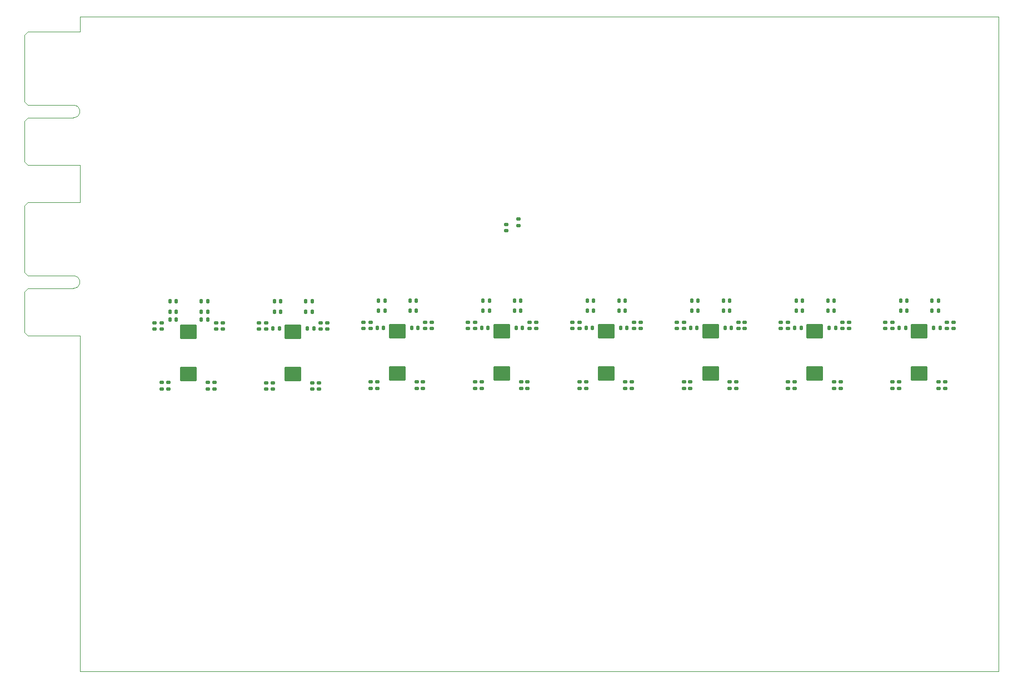
<source format=gbr>
%TF.GenerationSoftware,KiCad,Pcbnew,8.0.0*%
%TF.CreationDate,2024-03-29T21:32:46+01:00*%
%TF.ProjectId,EKO_Miner_BM1366,454b4f5f-4d69-46e6-9572-5f424d313336,rev?*%
%TF.SameCoordinates,Original*%
%TF.FileFunction,Paste,Bot*%
%TF.FilePolarity,Positive*%
%FSLAX46Y46*%
G04 Gerber Fmt 4.6, Leading zero omitted, Abs format (unit mm)*
G04 Created by KiCad (PCBNEW 8.0.0) date 2024-03-29 21:32:46*
%MOMM*%
%LPD*%
G01*
G04 APERTURE LIST*
G04 Aperture macros list*
%AMRoundRect*
0 Rectangle with rounded corners*
0 $1 Rounding radius*
0 $2 $3 $4 $5 $6 $7 $8 $9 X,Y pos of 4 corners*
0 Add a 4 corners polygon primitive as box body*
4,1,4,$2,$3,$4,$5,$6,$7,$8,$9,$2,$3,0*
0 Add four circle primitives for the rounded corners*
1,1,$1+$1,$2,$3*
1,1,$1+$1,$4,$5*
1,1,$1+$1,$6,$7*
1,1,$1+$1,$8,$9*
0 Add four rect primitives between the rounded corners*
20,1,$1+$1,$2,$3,$4,$5,0*
20,1,$1+$1,$4,$5,$6,$7,0*
20,1,$1+$1,$6,$7,$8,$9,0*
20,1,$1+$1,$8,$9,$2,$3,0*%
G04 Aperture macros list end*
%ADD10RoundRect,0.140000X-0.140000X-0.170000X0.140000X-0.170000X0.140000X0.170000X-0.140000X0.170000X0*%
%ADD11RoundRect,0.140000X0.140000X0.170000X-0.140000X0.170000X-0.140000X-0.170000X0.140000X-0.170000X0*%
%ADD12RoundRect,0.140000X-0.170000X0.140000X-0.170000X-0.140000X0.170000X-0.140000X0.170000X0.140000X0*%
%ADD13RoundRect,0.140000X0.170000X-0.140000X0.170000X0.140000X-0.170000X0.140000X-0.170000X-0.140000X0*%
%ADD14RoundRect,0.250000X-1.025000X0.875000X-1.025000X-0.875000X1.025000X-0.875000X1.025000X0.875000X0*%
%ADD15RoundRect,0.135000X0.185000X-0.135000X0.185000X0.135000X-0.185000X0.135000X-0.185000X-0.135000X0*%
%TA.AperFunction,Profile*%
%ADD16C,0.100000*%
%TD*%
G04 APERTURE END LIST*
D10*
%TO.C,C110*%
X140984571Y-70092000D03*
X141944571Y-70092000D03*
%TD*%
D11*
%TO.C,C170*%
X89430000Y-70200000D03*
X88470000Y-70200000D03*
%TD*%
D12*
%TO.C,C71*%
X198584000Y-80912000D03*
X198584000Y-81872000D03*
%TD*%
D13*
%TO.C,C14*%
X139750000Y-57880000D03*
X139750000Y-56920000D03*
%TD*%
D12*
%TO.C,C111*%
X141964571Y-80912000D03*
X141964571Y-81872000D03*
%TD*%
D14*
%TO.C,C92*%
X186750000Y-73192000D03*
X186750000Y-79592000D03*
%TD*%
D12*
%TO.C,C72*%
X205584000Y-80912000D03*
X205584000Y-81872000D03*
%TD*%
D10*
%TO.C,C94*%
X188699142Y-70092000D03*
X189659142Y-70092000D03*
%TD*%
D12*
%TO.C,C132*%
X120059714Y-80912000D03*
X120059714Y-81872000D03*
%TD*%
D11*
%TO.C,C112*%
X153049428Y-70092000D03*
X152089428Y-70092000D03*
%TD*%
D14*
%TO.C,C131*%
X123130572Y-73192000D03*
X123130572Y-79592000D03*
%TD*%
D13*
%TO.C,C129*%
X133864571Y-72772000D03*
X133864571Y-71812000D03*
%TD*%
D12*
%TO.C,C127*%
X127059714Y-80912000D03*
X127059714Y-81872000D03*
%TD*%
D14*
%TO.C,C76*%
X170845143Y-73192000D03*
X170845143Y-79592000D03*
%TD*%
D12*
%TO.C,C124*%
X119059714Y-80912000D03*
X119059714Y-81872000D03*
%TD*%
%TO.C,C116*%
X157869428Y-80912000D03*
X157869428Y-81872000D03*
%TD*%
D13*
%TO.C,C79*%
X166774285Y-72772000D03*
X166774285Y-71812000D03*
%TD*%
D10*
%TO.C,C61*%
X204854000Y-72642000D03*
X205814000Y-72642000D03*
%TD*%
D12*
%TO.C,C85*%
X167774285Y-80912000D03*
X167774285Y-81872000D03*
%TD*%
%TO.C,C62*%
X199584000Y-80912000D03*
X199584000Y-81872000D03*
%TD*%
D10*
%TO.C,C160*%
X104174857Y-72755000D03*
X105134857Y-72755000D03*
%TD*%
D13*
%TO.C,C130*%
X117959714Y-72772000D03*
X117959714Y-71812000D03*
%TD*%
D12*
%TO.C,C88*%
X182679142Y-80912000D03*
X182679142Y-81872000D03*
%TD*%
D13*
%TO.C,C113*%
X150869428Y-72772000D03*
X150869428Y-71812000D03*
%TD*%
%TO.C,C166*%
X103154857Y-72885000D03*
X103154857Y-71925000D03*
%TD*%
%TO.C,C173*%
X86150000Y-72880000D03*
X86150000Y-71920000D03*
%TD*%
D10*
%TO.C,C171*%
X88470000Y-71400000D03*
X89430000Y-71400000D03*
%TD*%
%TO.C,C45*%
X204604000Y-68492000D03*
X205564000Y-68492000D03*
%TD*%
%TO.C,C35*%
X140984571Y-68492000D03*
X141944571Y-68492000D03*
%TD*%
%TO.C,C158*%
X109424857Y-72755000D03*
X110384857Y-72755000D03*
%TD*%
%TO.C,C32*%
X93270000Y-68600000D03*
X94230000Y-68600000D03*
%TD*%
%TO.C,C152*%
X93270000Y-71400000D03*
X94230000Y-71400000D03*
%TD*%
D13*
%TO.C,C55*%
X197484000Y-72772000D03*
X197484000Y-71812000D03*
%TD*%
D11*
%TO.C,C38*%
X153049428Y-68492000D03*
X152089428Y-68492000D03*
%TD*%
D10*
%TO.C,C114*%
X156889428Y-70092000D03*
X157849428Y-70092000D03*
%TD*%
D12*
%TO.C,C115*%
X150869428Y-80912000D03*
X150869428Y-81872000D03*
%TD*%
%TO.C,C117*%
X160169428Y-71812000D03*
X160169428Y-72772000D03*
%TD*%
D13*
%TO.C,C96*%
X182679142Y-72772000D03*
X182679142Y-71812000D03*
%TD*%
D12*
%TO.C,C125*%
X128359714Y-71812000D03*
X128359714Y-72772000D03*
%TD*%
D11*
%TO.C,C42*%
X184859142Y-68492000D03*
X183899142Y-68492000D03*
%TD*%
D10*
%TO.C,C118*%
X141234571Y-72642000D03*
X142194571Y-72642000D03*
%TD*%
D14*
%TO.C,C153*%
X91320858Y-73300000D03*
X91320858Y-79700000D03*
%TD*%
D12*
%TO.C,C91*%
X183679142Y-80912000D03*
X183679142Y-81872000D03*
%TD*%
%TO.C,C86*%
X174774285Y-80912000D03*
X174774285Y-81872000D03*
%TD*%
D11*
%TO.C,C67*%
X200764000Y-70092000D03*
X199804000Y-70092000D03*
%TD*%
%TO.C,C40*%
X137144571Y-68492000D03*
X136184571Y-68492000D03*
%TD*%
D12*
%TO.C,C148*%
X110154857Y-81025000D03*
X110154857Y-81985000D03*
%TD*%
D10*
%TO.C,C123*%
X120079714Y-72642000D03*
X121039714Y-72642000D03*
%TD*%
D12*
%TO.C,C119*%
X159169428Y-71812000D03*
X159169428Y-72772000D03*
%TD*%
D11*
%TO.C,C155*%
X105334857Y-70205000D03*
X104374857Y-70205000D03*
%TD*%
D12*
%TO.C,C81*%
X176074285Y-71812000D03*
X176074285Y-72772000D03*
%TD*%
%TO.C,C66*%
X190679142Y-80912000D03*
X190679142Y-81872000D03*
%TD*%
%TO.C,C157*%
X111454857Y-71925000D03*
X111454857Y-72885000D03*
%TD*%
D10*
%TO.C,C128*%
X125079714Y-70092000D03*
X126039714Y-70092000D03*
%TD*%
D12*
%TO.C,C99*%
X144264571Y-71812000D03*
X144264571Y-72772000D03*
%TD*%
%TO.C,C56*%
X207884000Y-71812000D03*
X207884000Y-72772000D03*
%TD*%
D14*
%TO.C,C159*%
X107225715Y-73305000D03*
X107225715Y-79705000D03*
%TD*%
D12*
%TO.C,C87*%
X166774285Y-80912000D03*
X166774285Y-81872000D03*
%TD*%
%TO.C,C100*%
X158869428Y-80912000D03*
X158869428Y-81872000D03*
%TD*%
%TO.C,C163*%
X95250000Y-81020000D03*
X95250000Y-81980000D03*
%TD*%
D14*
%TO.C,C57*%
X202654858Y-73192000D03*
X202654858Y-79592000D03*
%TD*%
D10*
%TO.C,C165*%
X109174857Y-70205000D03*
X110134857Y-70205000D03*
%TD*%
%TO.C,C77*%
X172794285Y-70092000D03*
X173754285Y-70092000D03*
%TD*%
D12*
%TO.C,C58*%
X191979142Y-71812000D03*
X191979142Y-72772000D03*
%TD*%
D10*
%TO.C,C80*%
X167794285Y-72642000D03*
X168754285Y-72642000D03*
%TD*%
%TO.C,C101*%
X151889428Y-72642000D03*
X152849428Y-72642000D03*
%TD*%
%TO.C,C34*%
X109174857Y-68605000D03*
X110134857Y-68605000D03*
%TD*%
D12*
%TO.C,C126*%
X127359714Y-71812000D03*
X127359714Y-72772000D03*
%TD*%
%TO.C,C145*%
X104154857Y-81025000D03*
X104154857Y-81985000D03*
%TD*%
D10*
%TO.C,C98*%
X188949142Y-72642000D03*
X189909142Y-72642000D03*
%TD*%
%TO.C,C97*%
X183699142Y-72642000D03*
X184659142Y-72642000D03*
%TD*%
D12*
%TO.C,C95*%
X173774285Y-80912000D03*
X173774285Y-81872000D03*
%TD*%
D11*
%TO.C,C36*%
X121239714Y-68492000D03*
X120279714Y-68492000D03*
%TD*%
D12*
%TO.C,C90*%
X189679142Y-80912000D03*
X189679142Y-81872000D03*
%TD*%
D15*
%TO.C,R7*%
X141550000Y-57110000D03*
X141550000Y-56090000D03*
%TD*%
D12*
%TO.C,C169*%
X88250000Y-81020000D03*
X88250000Y-81980000D03*
%TD*%
D13*
%TO.C,C89*%
X165674285Y-72772000D03*
X165674285Y-71812000D03*
%TD*%
D11*
%TO.C,C43*%
X168954285Y-68492000D03*
X167994285Y-68492000D03*
%TD*%
D12*
%TO.C,C102*%
X143264571Y-71812000D03*
X143264571Y-72772000D03*
%TD*%
D10*
%TO.C,C121*%
X125329714Y-72642000D03*
X126289714Y-72642000D03*
%TD*%
D13*
%TO.C,C69*%
X198584000Y-72772000D03*
X198584000Y-71812000D03*
%TD*%
D10*
%TO.C,C39*%
X156889428Y-68492000D03*
X157849428Y-68492000D03*
%TD*%
D14*
%TO.C,C103*%
X154940286Y-73192000D03*
X154940286Y-79592000D03*
%TD*%
D12*
%TO.C,C68*%
X206584000Y-80912000D03*
X206584000Y-81872000D03*
%TD*%
D11*
%TO.C,C46*%
X200764000Y-68492000D03*
X199804000Y-68492000D03*
%TD*%
D10*
%TO.C,C104*%
X157139428Y-72642000D03*
X158099428Y-72642000D03*
%TD*%
D11*
%TO.C,C83*%
X168954285Y-70092000D03*
X167994285Y-70092000D03*
%TD*%
D13*
%TO.C,C168*%
X87250000Y-72880000D03*
X87250000Y-71920000D03*
%TD*%
D12*
%TO.C,C122*%
X135964571Y-80912000D03*
X135964571Y-81872000D03*
%TD*%
%TO.C,C134*%
X126059714Y-80912000D03*
X126059714Y-81872000D03*
%TD*%
D10*
%TO.C,C82*%
X173044285Y-72642000D03*
X174004285Y-72642000D03*
%TD*%
%TO.C,C149*%
X93270000Y-70200000D03*
X94230000Y-70200000D03*
%TD*%
D12*
%TO.C,C167*%
X87250000Y-81020000D03*
X87250000Y-81980000D03*
%TD*%
D10*
%TO.C,C135*%
X135984571Y-72642000D03*
X136944571Y-72642000D03*
%TD*%
D12*
%TO.C,C150*%
X111154857Y-81025000D03*
X111154857Y-81985000D03*
%TD*%
D11*
%TO.C,C31*%
X105334857Y-68605000D03*
X104374857Y-68605000D03*
%TD*%
%TO.C,C136*%
X121239714Y-70092000D03*
X120279714Y-70092000D03*
%TD*%
D12*
%TO.C,C151*%
X112454857Y-71925000D03*
X112454857Y-72885000D03*
%TD*%
%TO.C,C106*%
X142964571Y-80912000D03*
X142964571Y-81872000D03*
%TD*%
%TO.C,C70*%
X190979142Y-71812000D03*
X190979142Y-72772000D03*
%TD*%
%TO.C,C138*%
X134964571Y-80912000D03*
X134964571Y-81872000D03*
%TD*%
%TO.C,C161*%
X96550000Y-71920000D03*
X96550000Y-72880000D03*
%TD*%
%TO.C,C154*%
X94250000Y-81020000D03*
X94250000Y-81980000D03*
%TD*%
D10*
%TO.C,C37*%
X125079714Y-68492000D03*
X126039714Y-68492000D03*
%TD*%
%TO.C,C64*%
X204604000Y-70092000D03*
X205564000Y-70092000D03*
%TD*%
D12*
%TO.C,C156*%
X103154857Y-81025000D03*
X103154857Y-81985000D03*
%TD*%
D13*
%TO.C,C140*%
X119059714Y-72772000D03*
X119059714Y-71812000D03*
%TD*%
D14*
%TO.C,C141*%
X139035429Y-73192000D03*
X139035429Y-79592000D03*
%TD*%
D12*
%TO.C,C108*%
X151869428Y-80912000D03*
X151869428Y-81872000D03*
%TD*%
D13*
%TO.C,C75*%
X181579142Y-72772000D03*
X181579142Y-71812000D03*
%TD*%
D11*
%TO.C,C142*%
X137144571Y-70092000D03*
X136184571Y-70092000D03*
%TD*%
D13*
%TO.C,C109*%
X149769428Y-72772000D03*
X149769428Y-71812000D03*
%TD*%
D10*
%TO.C,C44*%
X172794285Y-68492000D03*
X173754285Y-68492000D03*
%TD*%
D13*
%TO.C,C162*%
X102054857Y-72885000D03*
X102054857Y-71925000D03*
%TD*%
D12*
%TO.C,C73*%
X175074285Y-71812000D03*
X175074285Y-72772000D03*
%TD*%
D11*
%TO.C,C93*%
X184859142Y-70092000D03*
X183899142Y-70092000D03*
%TD*%
D12*
%TO.C,C164*%
X95550000Y-71920000D03*
X95550000Y-72880000D03*
%TD*%
%TO.C,C60*%
X206884000Y-71812000D03*
X206884000Y-72772000D03*
%TD*%
D10*
%TO.C,C54*%
X199604000Y-72642000D03*
X200564000Y-72642000D03*
%TD*%
%TO.C,C41*%
X188699142Y-68492000D03*
X189659142Y-68492000D03*
%TD*%
D11*
%TO.C,C33*%
X89430000Y-68600000D03*
X88470000Y-68600000D03*
%TD*%
D13*
%TO.C,C139*%
X134964571Y-72772000D03*
X134964571Y-71812000D03*
%TD*%
D16*
X74750000Y-73850000D02*
X74750000Y-125000000D01*
X74750000Y-125000000D02*
X214750000Y-125000000D01*
X74750000Y-27550000D02*
X74750000Y-25250000D01*
X74750000Y-47850000D02*
X74750000Y-53550000D01*
X74750000Y-25250000D02*
X214750000Y-25250000D01*
X214750000Y-125000000D02*
X214750000Y-25250000D01*
%TO.C,J2*%
X66350000Y-54050000D02*
X66350000Y-64250000D01*
X66350000Y-67150000D02*
X66350000Y-73350000D01*
X66850000Y-53550000D02*
X66350000Y-54050000D01*
X66850000Y-64750000D02*
X66350000Y-64250000D01*
X66850000Y-66650000D02*
X66350000Y-67150000D01*
X66850000Y-73850000D02*
X66350000Y-73350000D01*
X73800000Y-64750000D02*
X66850000Y-64750000D01*
X73800000Y-66650000D02*
X66850000Y-66650000D01*
X74750000Y-53550000D02*
X66850000Y-53550000D01*
X74750000Y-73850000D02*
X66850000Y-73850000D01*
X73800000Y-64750000D02*
G75*
G02*
X73800000Y-66650000I0J-950000D01*
G01*
%TO.C,J5*%
X66350000Y-28050000D02*
X66350000Y-38250000D01*
X66350000Y-41150000D02*
X66350000Y-47350000D01*
X66850000Y-27550000D02*
X66350000Y-28050000D01*
X66850000Y-38750000D02*
X66350000Y-38250000D01*
X66850000Y-40650000D02*
X66350000Y-41150000D01*
X66850000Y-47850000D02*
X66350000Y-47350000D01*
X73800000Y-38750000D02*
X66850000Y-38750000D01*
X73800000Y-40650000D02*
X66850000Y-40650000D01*
X74750000Y-27550000D02*
X66850000Y-27550000D01*
X74750000Y-47850000D02*
X66850000Y-47850000D01*
X73800000Y-38750000D02*
G75*
G02*
X73800000Y-40650000I0J-950000D01*
G01*
%TD*%
M02*

</source>
